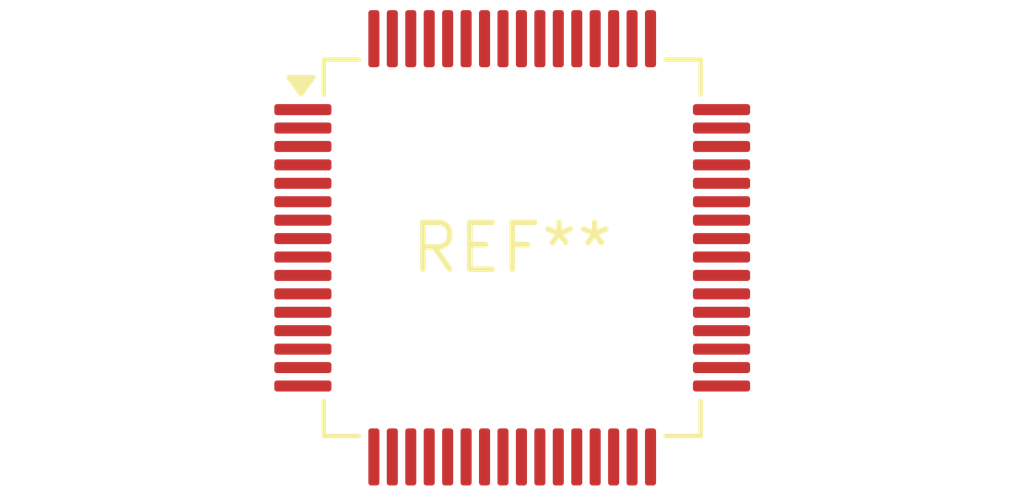
<source format=kicad_pcb>
(kicad_pcb (version 20240108) (generator pcbnew)
  (layers (0 "F.Cu" signal) (31 "B.Cu" signal) (34 "B.Paste" user) (35 "F.Paste" user) (36 "B.SilkS" user "B.Silkscreen") (37 "F.SilkS" user "F.Silkscreen") (38 "B.Mask" user) (39 "F.Mask" user) (44 "Edge.Cuts" user))
  (net 0 "")
  (footprint "LQFP-64_10x10mm_P0.5mm" (layer "F.Cu") (at 0 0)
    (property "Reference" "REF**")
    (property "Value" "LQFP-64_10x10mm_P0.5mm")
    (fp_line (start -5.11 -5.11) (end -5.11 -4.16) (layer "F.SilkS") (stroke (width 0.12)))
    (fp_line (start -5.11 5.11) (end -5.11 4.16) (layer "F.SilkS") (stroke (width 0.12)))
    (fp_line (start -4.16 -5.11) (end -5.11 -5.11) (layer "F.SilkS") (stroke (width 0.12)))
    (fp_line (start -4.16 5.11) (end -5.11 5.11) (layer "F.SilkS") (stroke (width 0.12)))
    (fp_line (start 4.16 -5.11) (end 5.11 -5.11) (layer "F.SilkS") (stroke (width 0.12)))
    (fp_line (start 4.16 5.11) (end 5.11 5.11) (layer "F.SilkS") (stroke (width 0.12)))
    (fp_line (start 5.11 -5.11) (end 5.11 -4.16) (layer "F.SilkS") (stroke (width 0.12)))
    (fp_line (start 5.11 5.11) (end 5.11 4.16) (layer "F.SilkS") (stroke (width 0.12)))
    (fp_poly (pts (xy -5.725 -4.16) (xy -6.065 -4.63) (xy -5.385 -4.63) (xy -5.725 -4.16)) (layer "F.SilkS") (stroke (width 0.12)) (fill solid))
    (pad "1" smd roundrect (at -5.675 -3.75) (size 1.55 0.3) (layers "F.Cu" "F.Paste" "F.Mask"))
    (pad "2" smd roundrect (at -5.675 -3.25) (size 1.55 0.3) (layers "F.Cu" "F.Paste" "F.Mask"))
    (pad "3" smd roundrect (at -5.675 -2.75) (size 1.55 0.3) (layers "F.Cu" "F.Paste" "F.Mask"))
    (pad "4" smd roundrect (at -5.675 -2.25) (size 1.55 0.3) (layers "F.Cu" "F.Paste" "F.Mask"))
    (pad "5" smd roundrect (at -5.675 -1.75) (size 1.55 0.3) (layers "F.Cu" "F.Paste" "F.Mask"))
    (pad "6" smd roundrect (at -5.675 -1.25) (size 1.55 0.3) (layers "F.Cu" "F.Paste" "F.Mask"))
    (pad "7" smd roundrect (at -5.675 -0.75) (size 1.55 0.3) (layers "F.Cu" "F.Paste" "F.Mask"))
    (pad "8" smd roundrect (at -5.675 -0.25) (size 1.55 0.3) (layers "F.Cu" "F.Paste" "F.Mask"))
    (pad "9" smd roundrect (at -5.675 0.25) (size 1.55 0.3) (layers "F.Cu" "F.Paste" "F.Mask"))
    (pad "10" smd roundrect (at -5.675 0.75) (size 1.55 0.3) (layers "F.Cu" "F.Paste" "F.Mask"))
    (pad "11" smd roundrect (at -5.675 1.25) (size 1.55 0.3) (layers "F.Cu" "F.Paste" "F.Mask"))
    (pad "12" smd roundrect (at -5.675 1.75) (size 1.55 0.3) (layers "F.Cu" "F.Paste" "F.Mask"))
    (pad "13" smd roundrect (at -5.675 2.25) (size 1.55 0.3) (layers "F.Cu" "F.Paste" "F.Mask"))
    (pad "14" smd roundrect (at -5.675 2.75) (size 1.55 0.3) (layers "F.Cu" "F.Paste" "F.Mask"))
    (pad "15" smd roundrect (at -5.675 3.25) (size 1.55 0.3) (layers "F.Cu" "F.Paste" "F.Mask"))
    (pad "16" smd roundrect (at -5.675 3.75) (size 1.55 0.3) (layers "F.Cu" "F.Paste" "F.Mask"))
    (pad "17" smd roundrect (at -3.75 5.675) (size 0.3 1.55) (layers "F.Cu" "F.Paste" "F.Mask"))
    (pad "18" smd roundrect (at -3.25 5.675) (size 0.3 1.55) (layers "F.Cu" "F.Paste" "F.Mask"))
    (pad "19" smd roundrect (at -2.75 5.675) (size 0.3 1.55) (layers "F.Cu" "F.Paste" "F.Mask"))
    (pad "20" smd roundrect (at -2.25 5.675) (size 0.3 1.55) (layers "F.Cu" "F.Paste" "F.Mask"))
    (pad "21" smd roundrect (at -1.75 5.675) (size 0.3 1.55) (layers "F.Cu" "F.Paste" "F.Mask"))
    (pad "22" smd roundrect (at -1.25 5.675) (size 0.3 1.55) (layers "F.Cu" "F.Paste" "F.Mask"))
    (pad "23" smd roundrect (at -0.75 5.675) (size 0.3 1.55) (layers "F.Cu" "F.Paste" "F.Mask"))
    (pad "24" smd roundrect (at -0.25 5.675) (size 0.3 1.55) (layers "F.Cu" "F.Paste" "F.Mask"))
    (pad "25" smd roundrect (at 0.25 5.675) (size 0.3 1.55) (layers "F.Cu" "F.Paste" "F.Mask"))
    (pad "26" smd roundrect (at 0.75 5.675) (size 0.3 1.55) (layers "F.Cu" "F.Paste" "F.Mask"))
    (pad "27" smd roundrect (at 1.25 5.675) (size 0.3 1.55) (layers "F.Cu" "F.Paste" "F.Mask"))
    (pad "28" smd roundrect (at 1.75 5.675) (size 0.3 1.55) (layers "F.Cu" "F.Paste" "F.Mask"))
    (pad "29" smd roundrect (at 2.25 5.675) (size 0.3 1.55) (layers "F.Cu" "F.Paste" "F.Mask"))
    (pad "30" smd roundrect (at 2.75 5.675) (size 0.3 1.55) (layers "F.Cu" "F.Paste" "F.Mask"))
    (pad "31" smd roundrect (at 3.25 5.675) (size 0.3 1.55) (layers "F.Cu" "F.Paste" "F.Mask"))
    (pad "32" smd roundrect (at 3.75 5.675) (size 0.3 1.55) (layers "F.Cu" "F.Paste" "F.Mask"))
    (pad "33" smd roundrect (at 5.675 3.75) (size 1.55 0.3) (layers "F.Cu" "F.Paste" "F.Mask"))
    (pad "34" smd roundrect (at 5.675 3.25) (size 1.55 0.3) (layers "F.Cu" "F.Paste" "F.Mask"))
    (pad "35" smd roundrect (at 5.675 2.75) (size 1.55 0.3) (layers "F.Cu" "F.Paste" "F.Mask"))
    (pad "36" smd roundrect (at 5.675 2.25) (size 1.55 0.3) (layers "F.Cu" "F.Paste" "F.Mask"))
    (pad "37" smd roundrect (at 5.675 1.75) (size 1.55 0.3) (layers "F.Cu" "F.Paste" "F.Mask"))
    (pad "38" smd roundrect (at 5.675 1.25) (size 1.55 0.3) (layers "F.Cu" "F.Paste" "F.Mask"))
    (pad "39" smd roundrect (at 5.675 0.75) (size 1.55 0.3) (layers "F.Cu" "F.Paste" "F.Mask"))
    (pad "40" smd roundrect (at 5.675 0.25) (size 1.55 0.3) (layers "F.Cu" "F.Paste" "F.Mask"))
    (pad "41" smd roundrect (at 5.675 -0.25) (size 1.55 0.3) (layers "F.Cu" "F.Paste" "F.Mask"))
    (pad "42" smd roundrect (at 5.675 -0.75) (size 1.55 0.3) (layers "F.Cu" "F.Paste" "F.Mask"))
    (pad "43" smd roundrect (at 5.675 -1.25) (size 1.55 0.3) (layers "F.Cu" "F.Paste" "F.Mask"))
    (pad "44" smd roundrect (at 5.675 -1.75) (size 1.55 0.3) (layers "F.Cu" "F.Paste" "F.Mask"))
    (pad "45" smd roundrect (at 5.675 -2.25) (size 1.55 0.3) (layers "F.Cu" "F.Paste" "F.Mask"))
    (pad "46" smd roundrect (at 5.675 -2.75) (size 1.55 0.3) (layers "F.Cu" "F.Paste" "F.Mask"))
    (pad "47" smd roundrect (at 5.675 -3.25) (size 1.55 0.3) (layers "F.Cu" "F.Paste" "F.Mask"))
    (pad "48" smd roundrect (at 5.675 -3.75) (size 1.55 0.3) (layers "F.Cu" "F.Paste" "F.Mask"))
    (pad "49" smd roundrect (at 3.75 -5.675) (size 0.3 1.55) (layers "F.Cu" "F.Paste" "F.Mask"))
    (pad "50" smd roundrect (at 3.25 -5.675) (size 0.3 1.55) (layers "F.Cu" "F.Paste" "F.Mask"))
    (pad "51" smd roundrect (at 2.75 -5.675) (size 0.3 1.55) (layers "F.Cu" "F.Paste" "F.Mask"))
    (pad "52" smd roundrect (at 2.25 -5.675) (size 0.3 1.55) (layers "F.Cu" "F.Paste" "F.Mask"))
    (pad "53" smd roundrect (at 1.75 -5.675) (size 0.3 1.55) (layers "F.Cu" "F.Paste" "F.Mask"))
    (pad "54" smd roundrect (at 1.25 -5.675) (size 0.3 1.55) (layers "F.Cu" "F.Paste" "F.Mask"))
    (pad "55" smd roundrect (at 0.75 -5.675) (size 0.3 1.55) (layers "F.Cu" "F.Paste" "F.Mask"))
    (pad "56" smd roundrect (at 0.25 -5.675) (size 0.3 1.55) (layers "F.Cu" "F.Paste" "F.Mask"))
    (pad "57" smd roundrect (at -0.25 -5.675) (size 0.3 1.55) (layers "F.Cu" "F.Paste" "F.Mask"))
    (pad "58" smd roundrect (at -0.75 -5.675) (size 0.3 1.55) (layers "F.Cu" "F.Paste" "F.Mask"))
    (pad "59" smd roundrect (at -1.25 -5.675) (size 0.3 1.55) (layers "F.Cu" "F.Paste" "F.Mask"))
    (pad "60" smd roundrect (at -1.75 -5.675) (size 0.3 1.55) (layers "F.Cu" "F.Paste" "F.Mask"))
    (pad "61" smd roundrect (at -2.25 -5.675) (size 0.3 1.55) (layers "F.Cu" "F.Paste" "F.Mask"))
    (pad "62" smd roundrect (at -2.75 -5.675) (size 0.3 1.55) (layers "F.Cu" "F.Paste" "F.Mask"))
    (pad "63" smd roundrect (at -3.25 -5.675) (size 0.3 1.55) (layers "F.Cu" "F.Paste" "F.Mask"))
    (pad "64" smd roundrect (at -3.75 -5.675) (size 0.3 1.55) (layers "F.Cu" "F.Paste" "F.Mask"))
  )
)
</source>
